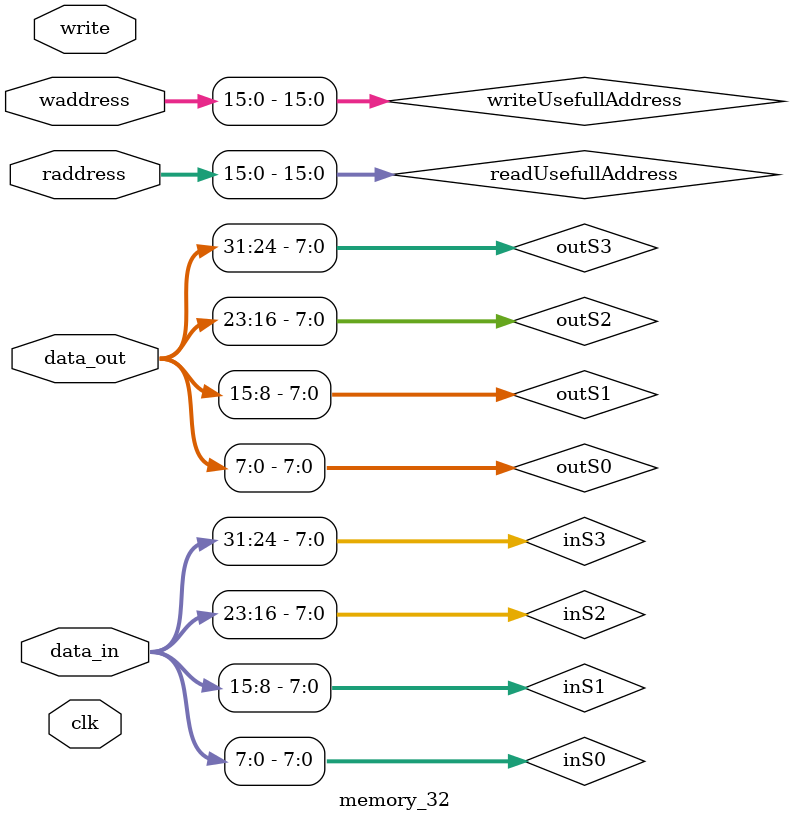
<source format=sv>
/*-----------------------------------------------------------------------------
-- Title		: Memória da CPU
-- Project		: CPU 
--------------------------------------------------------------------------------
-- File			: memoria64.sv
-- Author		: Lucas Fernando da Silva Cambuim <lfsc@cin.ufpe.br>
-- Organization : Universidade Federal de Pernambuco
-- Created		: 20/09/2018
-- Last update	: 20/09/2018
-- Plataform	: DE2
-- Simulators	: ModelSim
-- Synthesizers	: 
-- Targets		: 
-- Dependency	: 
--------------------------------------------------------------------------------
-- Description	: Entidade responsável pela leitura e escrita em memória (dados de 64 bits).
--------------------------------------------------------------------------------
-- Copyright (c) notice
--		Universidade Federal de Pernambuco (UFPE).
--		CIn - Centro de Informatica.
--		Developed by computer science researchers.
--		This code may be used for educational and non-educational purposes as 
--		long as its copyright notice remains unchanged. 
------------------------------------------------------------------------------*/

module memory_32 (
    // read and write address
    input wire [31:0] raddress,
    input wire [31:0] waddress,

    // data in/out
    input wire [31:0] data_in,
    input wire [31:0] data_out,

     // true if writing, false if reading
     input wire write,

     // clock
     input wire clk       
    );
    
    wire [15:0]readUsefullAddress = raddress[15:0]; 
    
    wire [15:0]addS0 = readUsefullAddress + 0;
    wire [15:0]addS1 = readUsefullAddress + 1;
    wire [15:0]addS2 = readUsefullAddress + 2;
    wire [15:0]addS3 = readUsefullAddress + 3;
    
    
    wire [15:0]writeUsefullAddress = waddress[15:0]; 
    
    wire [15:0]waddS0 = writeUsefullAddress + 0;
    wire [15:0]waddS1 = writeUsefullAddress + 1;
    wire [15:0]waddS2 = writeUsefullAddress + 2;
    wire [15:0]waddS3 = writeUsefullAddress + 3;
        
    wire [7:0]inS0; 
    wire [7:0]inS1;
    wire [7:0]inS2;
    wire [7:0]inS3;
        
    wire [7:0]outS0; 
    wire [7:0]outS1;
    wire [7:0]outS2;
    wire [7:0]outS3;
         	    
    assign data_out[31:24] = outS3;
    assign data_out[23:16] = outS2;
    assign data_out[15:8] = outS1;
    assign data_out[7:0] = outS0;
    
    assign inS3 = data_in[31:24];
    assign inS2 = data_in[23:16];
    assign inS1 = data_in[15:8];
    assign inS0 = data_in[7:0]; 
    
    //Bancos de memórias (cada banco possui 65536 bytes)
    //0
    ramOnChip #(.ramSize(65536), .ramWide(8) ) memBlock0 (.clk(clk), .data(inS0), .radd(addS0), .wadd(waddS0), .wren(write), .q(outS0) );
    //1
    ramOnChip #(.ramSize(65536), .ramWide(8) ) memBlock1 (.clk(clk), .data(inS1), .radd(addS1), .wadd(waddS1), .wren(write), .q(outS1) ); 
    //2
    ramOnChip #(.ramSize(65536), .ramWide(8) ) memBlock2 (.clk(clk), .data(inS2), .radd(addS2), .wadd(waddS2), .wren(write), .q(outS2) ); 
    //3
    ramOnChip #(.ramSize(65536), .ramWide(8) ) memBlock3 (.clk(clk), .data(inS3), .radd(addS3), .wadd(waddS3), .wren(write), .q(outS3) );
        
endmodule
    
    
    

</source>
